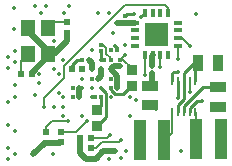
<source format=gbr>
G04 #@! TF.GenerationSoftware,KiCad,Pcbnew,(5.1.0)-1*
G04 #@! TF.CreationDate,2019-07-29T23:07:27-07:00*
G04 #@! TF.ProjectId,WireFreeV4_Release,57697265-4672-4656-9556-345f52656c65,rev?*
G04 #@! TF.SameCoordinates,Original*
G04 #@! TF.FileFunction,Copper,L6,Bot*
G04 #@! TF.FilePolarity,Positive*
%FSLAX46Y46*%
G04 Gerber Fmt 4.6, Leading zero omitted, Abs format (unit mm)*
G04 Created by KiCad (PCBNEW (5.1.0)-1) date 2019-07-29 23:07:27*
%MOMM*%
%LPD*%
G04 APERTURE LIST*
%ADD10R,1.200000X1.400000*%
%ADD11R,1.050000X1.050000*%
%ADD12R,0.740000X0.320000*%
%ADD13R,0.320000X0.740000*%
%ADD14R,0.260000X0.660000*%
%ADD15R,0.560000X0.490000*%
%ADD16R,0.490000X0.560000*%
%ADD17R,0.920000X0.890000*%
%ADD18R,1.000000X3.400000*%
%ADD19R,0.310000X0.340000*%
%ADD20R,0.340000X0.310000*%
%ADD21R,0.580000X0.630000*%
%ADD22R,0.630000X0.580000*%
%ADD23R,1.320000X0.930000*%
%ADD24R,0.930000X1.320000*%
%ADD25C,0.355600*%
%ADD26C,0.152400*%
%ADD27C,0.508000*%
%ADD28C,0.254000*%
G04 APERTURE END LIST*
D10*
X134349860Y-88933200D03*
X134349860Y-86733200D03*
X132649860Y-86733200D03*
X132649860Y-88933200D03*
D11*
X143020000Y-87760000D03*
X143020000Y-86810000D03*
X143970000Y-87760000D03*
X143970000Y-86810000D03*
D12*
X141700000Y-86310000D03*
X141700000Y-86960000D03*
X141700000Y-87610000D03*
X141700000Y-88260000D03*
D13*
X142520000Y-89080000D03*
X143170000Y-89080000D03*
X143820000Y-89080000D03*
X144470000Y-89080000D03*
D12*
X145290000Y-88260000D03*
X145290000Y-87610000D03*
X145290000Y-86960000D03*
X145290000Y-86310000D03*
D13*
X144470000Y-85490000D03*
X143820000Y-85490000D03*
X143170000Y-85490000D03*
X142520000Y-85490000D03*
D14*
X144801080Y-91222600D03*
X145301080Y-91222600D03*
X145801080Y-91222600D03*
X146301080Y-91222600D03*
X146801080Y-91222600D03*
X146801080Y-93892600D03*
X146301080Y-93892600D03*
X145801080Y-93892600D03*
X145301080Y-93892600D03*
X144801080Y-93892600D03*
D15*
X134130000Y-95540000D03*
X134130000Y-96450000D03*
X135390000Y-95520000D03*
X135390000Y-96430000D03*
D16*
X137045000Y-96070000D03*
X137955000Y-96070000D03*
X137050000Y-96950000D03*
X137960000Y-96950000D03*
D17*
X141390000Y-91655000D03*
X141390000Y-90325000D03*
X138460000Y-93690000D03*
X138460000Y-95020000D03*
D18*
X144179000Y-96248220D03*
X142079000Y-96248220D03*
X146845600Y-96172020D03*
X148945600Y-96172020D03*
D19*
X138560220Y-91036140D03*
X138010220Y-91036140D03*
X136967640Y-91836240D03*
X136417640Y-91836240D03*
X139069400Y-89435940D03*
X139619400Y-89435940D03*
X140165500Y-91836240D03*
X139615500Y-91836240D03*
D20*
X138820000Y-88735000D03*
X138820000Y-88185000D03*
D19*
X138266760Y-92633800D03*
X138816760Y-92633800D03*
X140168040Y-91036140D03*
X139618040Y-91036140D03*
X137765200Y-89433400D03*
X137215200Y-89433400D03*
X140165500Y-88633300D03*
X139615500Y-88633300D03*
D20*
X140421360Y-89979500D03*
X140421360Y-89429500D03*
D19*
X136967640Y-92636340D03*
X136417640Y-92636340D03*
D21*
X137215000Y-90240000D03*
X136325000Y-90240000D03*
X132928360Y-90634820D03*
X132038360Y-90634820D03*
D22*
X135884920Y-87156020D03*
X135884920Y-86266020D03*
D20*
X140820000Y-85755000D03*
X140820000Y-86305000D03*
X143150000Y-90555000D03*
X143150000Y-90005000D03*
D23*
X142946120Y-93286580D03*
X142946120Y-91646580D03*
X148699220Y-93410620D03*
X148699220Y-91770620D03*
D24*
X147060000Y-89680000D03*
X148700000Y-89680000D03*
D25*
X139500000Y-85520000D03*
X133220000Y-84920000D03*
X130900980Y-97876440D03*
X139618720Y-88633300D03*
X139618720Y-89435940D03*
X139618720Y-90236040D03*
X138818620Y-90236040D03*
X138018520Y-90236040D03*
X137218420Y-89435940D03*
X137218420Y-90236040D03*
X137218420Y-91036140D03*
X138018520Y-91036140D03*
X138018520Y-92636340D03*
X136418320Y-92636340D03*
X136418320Y-91836240D03*
X138018520Y-91833700D03*
X133707460Y-85523800D03*
X138536000Y-85518720D03*
X131512960Y-88703529D03*
X134717439Y-97448819D03*
X132649860Y-86733200D03*
X148699220Y-91770620D03*
X148700000Y-89680000D03*
X143970000Y-86810000D03*
X143970000Y-87760000D03*
X143020000Y-87760000D03*
X141700000Y-88260000D03*
X141630000Y-85550000D03*
X142946120Y-91646580D03*
X145348960Y-92698840D03*
X146838960Y-85573840D03*
X137218420Y-91836240D03*
X145600000Y-97140000D03*
X139984601Y-97187940D03*
X141800000Y-92860000D03*
X140030000Y-88260000D03*
X138818620Y-89435940D03*
X143020000Y-86810000D03*
X139507080Y-97805160D03*
X130900820Y-89183580D03*
X131512960Y-97392860D03*
X130905900Y-96907720D03*
X147060000Y-89680000D03*
X147340000Y-92910000D03*
X139618720Y-91033600D03*
X133050000Y-97440000D03*
X131448039Y-86812839D03*
X148699220Y-93410620D03*
X143170000Y-85490000D03*
X148950000Y-97300000D03*
X146300000Y-92190000D03*
X143150000Y-89650000D03*
X131430000Y-85080000D03*
X142079000Y-96248220D03*
X140160000Y-86310000D03*
X143460000Y-93580000D03*
X145348957Y-90498843D03*
X140820000Y-88230000D03*
X134349860Y-86733200D03*
X132649860Y-88933200D03*
X139840000Y-87200000D03*
X140820000Y-89030000D03*
X138816760Y-92633800D03*
X138818900Y-91834720D03*
X139615500Y-91836240D03*
X139580000Y-95820000D03*
X140949800Y-97187940D03*
X140470000Y-96260000D03*
X140467200Y-97797540D03*
X145290000Y-86960000D03*
X146340000Y-88290000D03*
X141700000Y-86960000D03*
X145348960Y-89398840D03*
X141700000Y-87610000D03*
X145290000Y-86310000D03*
X136029700Y-94645480D03*
X137624820Y-94625160D03*
X131512960Y-95459922D03*
X134818900Y-87834720D03*
X130903360Y-94977322D03*
X135219440Y-92234180D03*
X130903360Y-93046924D03*
X135214360Y-90634820D03*
X134818900Y-93434720D03*
X131512960Y-92564325D03*
X131512960Y-91599126D03*
X133576054Y-90665300D03*
X130903360Y-90151327D03*
X135618900Y-94234720D03*
X133207750Y-92456000D03*
X137218900Y-94234720D03*
X131512960Y-89668728D03*
X133578600Y-91439966D03*
X135618900Y-89434720D03*
X134187524Y-84909120D03*
X134818900Y-90234720D03*
X135635322Y-85518720D03*
X138018900Y-88634720D03*
X136117922Y-84909120D03*
X135618900Y-92634720D03*
X142530000Y-90700000D03*
X141218900Y-94234720D03*
X143830002Y-90080000D03*
X135618900Y-93434720D03*
X144470000Y-89080000D03*
X134018900Y-93434720D03*
X143820000Y-85490000D03*
X141218900Y-92634720D03*
X139618900Y-92634720D03*
X142180000Y-85820000D03*
D26*
X138021060Y-92633800D02*
X138018520Y-92636340D01*
X138266760Y-92633800D02*
X138021060Y-92633800D01*
X137050000Y-96950000D02*
X137050000Y-96985000D01*
X143150000Y-90555000D02*
X143150000Y-91872227D01*
X136967640Y-91836240D02*
X137218420Y-91836240D01*
D27*
X132928360Y-90549062D02*
X132928360Y-90634820D01*
X134349860Y-89127562D02*
X132928360Y-90549062D01*
X134349860Y-88933200D02*
X134349860Y-89127562D01*
X135884920Y-87855080D02*
X135884920Y-87156020D01*
X134349860Y-88933200D02*
X134806800Y-88933200D01*
X134806800Y-88933200D02*
X135884920Y-87855080D01*
X137045000Y-96945000D02*
X137050000Y-96950000D01*
X137045000Y-96070000D02*
X137045000Y-96945000D01*
X139625391Y-97187940D02*
X139984601Y-97187940D01*
X139002060Y-97187940D02*
X139625391Y-97187940D01*
X138340000Y-97850000D02*
X139002060Y-97187940D01*
X137560000Y-97850000D02*
X138340000Y-97850000D01*
X137050000Y-96950000D02*
X137050000Y-97340000D01*
X137050000Y-97340000D02*
X137560000Y-97850000D01*
X139875260Y-89979500D02*
X139618720Y-90236040D01*
X140421360Y-89979500D02*
X139875260Y-89979500D01*
X140168040Y-90785360D02*
X140168040Y-91036140D01*
X139618720Y-90236040D02*
X140168040Y-90785360D01*
X140168040Y-91833700D02*
X140165500Y-91836240D01*
X140168040Y-91036140D02*
X140168040Y-91833700D01*
X143150000Y-91442700D02*
X142946120Y-91646580D01*
X143150000Y-90555000D02*
X143150000Y-91442700D01*
X138018520Y-89686720D02*
X137765200Y-89433400D01*
X138018520Y-90236040D02*
X138018520Y-89686720D01*
D28*
X140165500Y-88395500D02*
X140030000Y-88260000D01*
X140165500Y-88633300D02*
X140165500Y-88395500D01*
X139069400Y-89435940D02*
X138818620Y-89435940D01*
X138818620Y-88736380D02*
X138820000Y-88735000D01*
X138818620Y-89435940D02*
X138818620Y-88736380D01*
D27*
X138818620Y-90791380D02*
X138818620Y-90236040D01*
X138560220Y-91036140D02*
X138573860Y-91036140D01*
X138573860Y-91036140D02*
X138818620Y-90791380D01*
X136967640Y-92636340D02*
X136967640Y-91836240D01*
D28*
X145301080Y-92650960D02*
X145348960Y-92698840D01*
X145301080Y-91222600D02*
X145301080Y-92650960D01*
X147785220Y-91770620D02*
X148699220Y-91770620D01*
X147429380Y-91770620D02*
X147785220Y-91770620D01*
X145801080Y-93892600D02*
X145801080Y-93398920D01*
X145801080Y-93398920D02*
X147429380Y-91770620D01*
X141025000Y-85550000D02*
X140820000Y-85755000D01*
X141630000Y-85550000D02*
X141025000Y-85550000D01*
D27*
X132649860Y-87039860D02*
X132649860Y-86733200D01*
X134349860Y-88933200D02*
X134349860Y-88739860D01*
X134349860Y-88739860D02*
X132649860Y-87039860D01*
D28*
X146650000Y-89680000D02*
X147060000Y-89680000D01*
X145801080Y-91222600D02*
X145801080Y-90528920D01*
X145801080Y-90528920D02*
X146650000Y-89680000D01*
X146801080Y-89938920D02*
X147060000Y-89680000D01*
X146801080Y-91222600D02*
X146801080Y-89938920D01*
X145801080Y-91806600D02*
X145801080Y-91222600D01*
X145801080Y-92808600D02*
X145801080Y-91806600D01*
X145301080Y-93308600D02*
X145801080Y-92808600D01*
X145301080Y-93892600D02*
X145301080Y-93308600D01*
X146910000Y-92910000D02*
X147340000Y-92910000D01*
X146301080Y-93892600D02*
X146301080Y-93518920D01*
X146301080Y-93518920D02*
X146910000Y-92910000D01*
D26*
X138010220Y-91036140D02*
X138018520Y-91036140D01*
X139618040Y-91034280D02*
X139618720Y-91033600D01*
X139618040Y-91036140D02*
X139618040Y-91034280D01*
X143170000Y-89080000D02*
X143159790Y-89080000D01*
X148945600Y-96172020D02*
X148950000Y-96176420D01*
X148950000Y-97048553D02*
X148950000Y-97300000D01*
X148950000Y-96176420D02*
X148950000Y-97048553D01*
X146301080Y-91222600D02*
X146301080Y-92188920D01*
X146301080Y-92188920D02*
X146300000Y-92190000D01*
X143150000Y-90005000D02*
X143150000Y-89650000D01*
D27*
X134040000Y-96450000D02*
X133050000Y-97440000D01*
X134130000Y-96450000D02*
X134040000Y-96450000D01*
X135370000Y-96450000D02*
X135390000Y-96430000D01*
X134130000Y-96450000D02*
X135370000Y-96450000D01*
X143150000Y-89100000D02*
X143170000Y-89080000D01*
X143150000Y-89650000D02*
X143150000Y-89100000D01*
X143150000Y-89650000D02*
X143150000Y-89970790D01*
D28*
X136966973Y-89435940D02*
X137218420Y-89435940D01*
X136803660Y-89435940D02*
X136966973Y-89435940D01*
X136325000Y-89914600D02*
X136803660Y-89435940D01*
X136325000Y-90240000D02*
X136325000Y-89914600D01*
D27*
X140825000Y-86310000D02*
X140820000Y-86305000D01*
X141700000Y-86310000D02*
X140825000Y-86310000D01*
X140165000Y-86305000D02*
X140160000Y-86310000D01*
X140820000Y-86305000D02*
X140165000Y-86305000D01*
D28*
X145097510Y-90498843D02*
X145348957Y-90498843D01*
X144940837Y-90498843D02*
X145097510Y-90498843D01*
X144801080Y-90638600D02*
X144940837Y-90498843D01*
X144801080Y-91222600D02*
X144801080Y-90638600D01*
D26*
X134813980Y-86266020D02*
X135884920Y-86266020D01*
X134349860Y-86733200D02*
X134349860Y-86730140D01*
X134349860Y-86730140D02*
X134813980Y-86266020D01*
X132038360Y-89544700D02*
X132649860Y-88933200D01*
X132038360Y-90634820D02*
X132038360Y-89544700D01*
X141390000Y-90160000D02*
X141390000Y-90325000D01*
X140418900Y-89434720D02*
X140664720Y-89434720D01*
X140664720Y-89434720D02*
X141390000Y-90160000D01*
X140820000Y-89030860D02*
X140421360Y-89429500D01*
X140820000Y-89030000D02*
X140820000Y-89030860D01*
X138818900Y-92635940D02*
X138816760Y-92633800D01*
X138569700Y-93535980D02*
X138818900Y-93286780D01*
X138818900Y-93286780D02*
X138818900Y-92635940D01*
D28*
X138816760Y-93333240D02*
X138816760Y-92633800D01*
X138460000Y-93690000D02*
X138816760Y-93333240D01*
D26*
X139618720Y-89314020D02*
X139618720Y-89435940D01*
X139227560Y-88922860D02*
X139618720Y-89314020D01*
X139227560Y-88460580D02*
X139227560Y-88922860D01*
X138820000Y-88185000D02*
X138951980Y-88185000D01*
X138951980Y-88185000D02*
X139227560Y-88460580D01*
X138569700Y-94865980D02*
X138584700Y-94865980D01*
D28*
X141375000Y-91655000D02*
X141390000Y-91655000D01*
X140680000Y-92350000D02*
X141375000Y-91655000D01*
X139970000Y-92350000D02*
X140680000Y-92350000D01*
X139618720Y-91836240D02*
X139618720Y-91998720D01*
X139618720Y-91998720D02*
X139970000Y-92350000D01*
X138475000Y-95020000D02*
X138460000Y-95020000D01*
X139220000Y-94275000D02*
X138475000Y-95020000D01*
X138818900Y-91834720D02*
X139220000Y-92235820D01*
X139220000Y-92235820D02*
X139220000Y-94275000D01*
D26*
X139330000Y-96070000D02*
X139580000Y-95820000D01*
X137955000Y-96070000D02*
X139330000Y-96070000D01*
X140292201Y-96437799D02*
X140470000Y-96260000D01*
X138869601Y-96437799D02*
X140292201Y-96437799D01*
X138357400Y-96950000D02*
X138869601Y-96437799D01*
X137960000Y-96950000D02*
X138357400Y-96950000D01*
X145290000Y-87610000D02*
X145660000Y-87610000D01*
X145660000Y-87610000D02*
X146340000Y-88290000D01*
X145290000Y-88260000D02*
X145290000Y-89339880D01*
X145290000Y-89339880D02*
X145348960Y-89398840D01*
X135778253Y-94645480D02*
X136029700Y-94645480D01*
X134627120Y-94645480D02*
X135778253Y-94645480D01*
X134130000Y-95142600D02*
X134627120Y-94645480D01*
X134130000Y-95540000D02*
X134130000Y-95142600D01*
X137624820Y-94625160D02*
X137544840Y-94625160D01*
X136729980Y-95520000D02*
X137624820Y-94625160D01*
X135390000Y-95520000D02*
X136729980Y-95520000D01*
X146828480Y-93920000D02*
X146801080Y-93892600D01*
X146830000Y-93920000D02*
X146828480Y-93920000D01*
X146845600Y-96172020D02*
X146845600Y-93935600D01*
X146845600Y-93935600D02*
X146830000Y-93920000D01*
X144801080Y-95628920D02*
X144801080Y-93892600D01*
X144179000Y-96248220D02*
X144181780Y-96248220D01*
X144181780Y-96248220D02*
X144801080Y-95628920D01*
X142530000Y-89090000D02*
X142520000Y-89080000D01*
X142530000Y-90700000D02*
X142530000Y-89090000D01*
X143830002Y-89090002D02*
X143820000Y-89080000D01*
X143830002Y-90080000D02*
X143830002Y-89090002D01*
X134018900Y-92681100D02*
X135690000Y-91010000D01*
X134018900Y-93434720D02*
X134018900Y-92681100D01*
X135690000Y-91010000D02*
X135690000Y-89940000D01*
X144470000Y-85070000D02*
X144470000Y-85490000D01*
X135690000Y-89940000D02*
X140820000Y-84810000D01*
X140820000Y-84810000D02*
X144210000Y-84810000D01*
X144210000Y-84810000D02*
X144470000Y-85070000D01*
X142510000Y-85490000D02*
X142180000Y-85820000D01*
X142520000Y-85490000D02*
X142510000Y-85490000D01*
M02*

</source>
